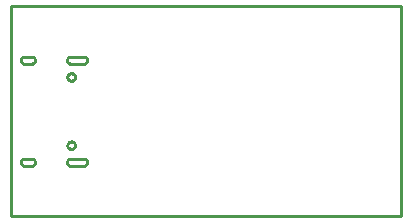
<source format=gbr>
G04 EAGLE Gerber RS-274X export*
G75*
%MOMM*%
%FSLAX34Y34*%
%LPD*%
%IN*%
%IPPOS*%
%AMOC8*
5,1,8,0,0,1.08239X$1,22.5*%
G01*
%ADD10C,0.254000*%


D10*
X0Y0D02*
X330200Y0D01*
X330200Y177800D01*
X0Y177800D01*
X0Y0D01*
X47235Y132100D02*
X47246Y131839D01*
X47281Y131579D01*
X47337Y131324D01*
X47416Y131074D01*
X47516Y130832D01*
X47637Y130600D01*
X47778Y130379D01*
X47937Y130172D01*
X48114Y129979D01*
X48307Y129802D01*
X48514Y129643D01*
X48735Y129502D01*
X48967Y129381D01*
X49209Y129281D01*
X49459Y129202D01*
X49714Y129146D01*
X49974Y129111D01*
X50235Y129100D01*
X61235Y129100D01*
X61496Y129111D01*
X61756Y129146D01*
X62011Y129202D01*
X62261Y129281D01*
X62503Y129381D01*
X62735Y129502D01*
X62956Y129643D01*
X63163Y129802D01*
X63356Y129979D01*
X63533Y130172D01*
X63692Y130379D01*
X63833Y130600D01*
X63954Y130832D01*
X64054Y131074D01*
X64133Y131324D01*
X64189Y131579D01*
X64224Y131839D01*
X64235Y132100D01*
X64224Y132361D01*
X64189Y132621D01*
X64133Y132876D01*
X64054Y133126D01*
X63954Y133368D01*
X63833Y133600D01*
X63692Y133821D01*
X63533Y134028D01*
X63356Y134221D01*
X63163Y134398D01*
X62956Y134557D01*
X62735Y134698D01*
X62503Y134819D01*
X62261Y134919D01*
X62011Y134998D01*
X61756Y135054D01*
X61496Y135089D01*
X61235Y135100D01*
X50235Y135100D01*
X49974Y135089D01*
X49714Y135054D01*
X49459Y134998D01*
X49209Y134919D01*
X48967Y134819D01*
X48735Y134698D01*
X48514Y134557D01*
X48307Y134398D01*
X48114Y134221D01*
X47937Y134028D01*
X47778Y133821D01*
X47637Y133600D01*
X47516Y133368D01*
X47416Y133126D01*
X47337Y132876D01*
X47281Y132621D01*
X47246Y132361D01*
X47235Y132100D01*
X47235Y45700D02*
X47246Y45439D01*
X47281Y45179D01*
X47337Y44924D01*
X47416Y44674D01*
X47516Y44432D01*
X47637Y44200D01*
X47778Y43979D01*
X47937Y43772D01*
X48114Y43579D01*
X48307Y43402D01*
X48514Y43243D01*
X48735Y43102D01*
X48967Y42981D01*
X49209Y42881D01*
X49459Y42802D01*
X49714Y42746D01*
X49974Y42711D01*
X50235Y42700D01*
X61235Y42700D01*
X61496Y42711D01*
X61756Y42746D01*
X62011Y42802D01*
X62261Y42881D01*
X62503Y42981D01*
X62735Y43102D01*
X62956Y43243D01*
X63163Y43402D01*
X63356Y43579D01*
X63533Y43772D01*
X63692Y43979D01*
X63833Y44200D01*
X63954Y44432D01*
X64054Y44674D01*
X64133Y44924D01*
X64189Y45179D01*
X64224Y45439D01*
X64235Y45700D01*
X64224Y45961D01*
X64189Y46221D01*
X64133Y46476D01*
X64054Y46726D01*
X63954Y46968D01*
X63833Y47200D01*
X63692Y47421D01*
X63533Y47628D01*
X63356Y47821D01*
X63163Y47998D01*
X62956Y48157D01*
X62735Y48298D01*
X62503Y48419D01*
X62261Y48519D01*
X62011Y48598D01*
X61756Y48654D01*
X61496Y48689D01*
X61235Y48700D01*
X50235Y48700D01*
X49974Y48689D01*
X49714Y48654D01*
X49459Y48598D01*
X49209Y48519D01*
X48967Y48419D01*
X48735Y48298D01*
X48514Y48157D01*
X48307Y47998D01*
X48114Y47821D01*
X47937Y47628D01*
X47778Y47421D01*
X47637Y47200D01*
X47516Y46968D01*
X47416Y46726D01*
X47337Y46476D01*
X47281Y46221D01*
X47246Y45961D01*
X47235Y45700D01*
X7935Y45700D02*
X7946Y45439D01*
X7981Y45179D01*
X8037Y44924D01*
X8116Y44674D01*
X8216Y44432D01*
X8337Y44200D01*
X8478Y43979D01*
X8637Y43772D01*
X8814Y43579D01*
X9007Y43402D01*
X9214Y43243D01*
X9435Y43102D01*
X9667Y42981D01*
X9909Y42881D01*
X10159Y42802D01*
X10414Y42746D01*
X10674Y42711D01*
X10935Y42700D01*
X16935Y42700D01*
X17196Y42711D01*
X17456Y42746D01*
X17711Y42802D01*
X17961Y42881D01*
X18203Y42981D01*
X18435Y43102D01*
X18656Y43243D01*
X18863Y43402D01*
X19056Y43579D01*
X19233Y43772D01*
X19392Y43979D01*
X19533Y44200D01*
X19654Y44432D01*
X19754Y44674D01*
X19833Y44924D01*
X19889Y45179D01*
X19924Y45439D01*
X19935Y45700D01*
X19924Y45961D01*
X19889Y46221D01*
X19833Y46476D01*
X19754Y46726D01*
X19654Y46968D01*
X19533Y47200D01*
X19392Y47421D01*
X19233Y47628D01*
X19056Y47821D01*
X18863Y47998D01*
X18656Y48157D01*
X18435Y48298D01*
X18203Y48419D01*
X17961Y48519D01*
X17711Y48598D01*
X17456Y48654D01*
X17196Y48689D01*
X16935Y48700D01*
X10935Y48700D01*
X10674Y48689D01*
X10414Y48654D01*
X10159Y48598D01*
X9909Y48519D01*
X9667Y48419D01*
X9435Y48298D01*
X9214Y48157D01*
X9007Y47998D01*
X8814Y47821D01*
X8637Y47628D01*
X8478Y47421D01*
X8337Y47200D01*
X8216Y46968D01*
X8116Y46726D01*
X8037Y46476D01*
X7981Y46221D01*
X7946Y45961D01*
X7935Y45700D01*
X7935Y132100D02*
X7946Y131839D01*
X7981Y131579D01*
X8037Y131324D01*
X8116Y131074D01*
X8216Y130832D01*
X8337Y130600D01*
X8478Y130379D01*
X8637Y130172D01*
X8814Y129979D01*
X9007Y129802D01*
X9214Y129643D01*
X9435Y129502D01*
X9667Y129381D01*
X9909Y129281D01*
X10159Y129202D01*
X10414Y129146D01*
X10674Y129111D01*
X10935Y129100D01*
X16935Y129100D01*
X17196Y129111D01*
X17456Y129146D01*
X17711Y129202D01*
X17961Y129281D01*
X18203Y129381D01*
X18435Y129502D01*
X18656Y129643D01*
X18863Y129802D01*
X19056Y129979D01*
X19233Y130172D01*
X19392Y130379D01*
X19533Y130600D01*
X19654Y130832D01*
X19754Y131074D01*
X19833Y131324D01*
X19889Y131579D01*
X19924Y131839D01*
X19935Y132100D01*
X19924Y132361D01*
X19889Y132621D01*
X19833Y132876D01*
X19754Y133126D01*
X19654Y133368D01*
X19533Y133600D01*
X19392Y133821D01*
X19233Y134028D01*
X19056Y134221D01*
X18863Y134398D01*
X18656Y134557D01*
X18435Y134698D01*
X18203Y134819D01*
X17961Y134919D01*
X17711Y134998D01*
X17456Y135054D01*
X17196Y135089D01*
X16935Y135100D01*
X10935Y135100D01*
X10674Y135089D01*
X10414Y135054D01*
X10159Y134998D01*
X9909Y134919D01*
X9667Y134819D01*
X9435Y134698D01*
X9214Y134557D01*
X9007Y134398D01*
X8814Y134221D01*
X8637Y134028D01*
X8478Y133821D01*
X8337Y133600D01*
X8216Y133368D01*
X8116Y133126D01*
X8037Y132876D01*
X7981Y132621D01*
X7946Y132361D01*
X7935Y132100D01*
X50522Y56750D02*
X50100Y56806D01*
X49688Y56916D01*
X49294Y57079D01*
X48926Y57292D01*
X48588Y57551D01*
X48286Y57853D01*
X48027Y58191D01*
X47814Y58559D01*
X47651Y58953D01*
X47541Y59365D01*
X47485Y59787D01*
X47485Y60213D01*
X47541Y60635D01*
X47651Y61047D01*
X47814Y61441D01*
X48027Y61809D01*
X48286Y62147D01*
X48588Y62449D01*
X48926Y62708D01*
X49294Y62921D01*
X49688Y63084D01*
X50100Y63194D01*
X50522Y63250D01*
X50948Y63250D01*
X51370Y63194D01*
X51782Y63084D01*
X52176Y62921D01*
X52544Y62708D01*
X52882Y62449D01*
X53184Y62147D01*
X53443Y61809D01*
X53656Y61441D01*
X53819Y61047D01*
X53929Y60635D01*
X53985Y60213D01*
X53985Y59787D01*
X53929Y59365D01*
X53819Y58953D01*
X53656Y58559D01*
X53443Y58191D01*
X53184Y57853D01*
X52882Y57551D01*
X52544Y57292D01*
X52176Y57079D01*
X51782Y56916D01*
X51370Y56806D01*
X50948Y56750D01*
X50522Y56750D01*
X50522Y114550D02*
X50100Y114606D01*
X49688Y114716D01*
X49294Y114879D01*
X48926Y115092D01*
X48588Y115351D01*
X48286Y115653D01*
X48027Y115991D01*
X47814Y116359D01*
X47651Y116753D01*
X47541Y117165D01*
X47485Y117587D01*
X47485Y118013D01*
X47541Y118435D01*
X47651Y118847D01*
X47814Y119241D01*
X48027Y119609D01*
X48286Y119947D01*
X48588Y120249D01*
X48926Y120508D01*
X49294Y120721D01*
X49688Y120884D01*
X50100Y120994D01*
X50522Y121050D01*
X50948Y121050D01*
X51370Y120994D01*
X51782Y120884D01*
X52176Y120721D01*
X52544Y120508D01*
X52882Y120249D01*
X53184Y119947D01*
X53443Y119609D01*
X53656Y119241D01*
X53819Y118847D01*
X53929Y118435D01*
X53985Y118013D01*
X53985Y117587D01*
X53929Y117165D01*
X53819Y116753D01*
X53656Y116359D01*
X53443Y115991D01*
X53184Y115653D01*
X52882Y115351D01*
X52544Y115092D01*
X52176Y114879D01*
X51782Y114716D01*
X51370Y114606D01*
X50948Y114550D01*
X50522Y114550D01*
M02*

</source>
